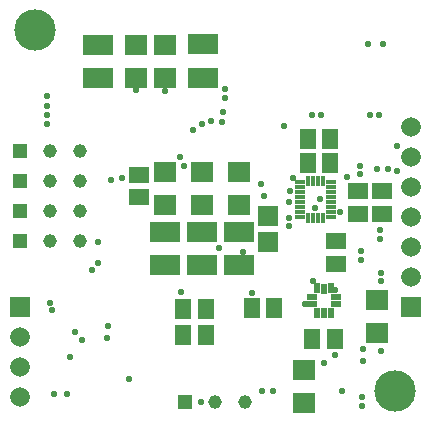
<source format=gts>
G04 Layer_Color=8388736*
%FSLAX24Y24*%
%MOIN*%
G70*
G01*
G75*
%ADD13R,0.0109X0.0256*%
%ADD14R,0.0256X0.0109*%
%ADD15R,0.0295X0.0157*%
%ADD16R,0.0157X0.0291*%
%ADD17R,0.0157X0.0295*%
%ADD39R,0.0129X0.0335*%
%ADD40R,0.0129X0.0335*%
%ADD41R,0.0130X0.0335*%
%ADD42R,0.0129X0.0335*%
%ADD43R,0.0129X0.0335*%
%ADD44R,0.0129X0.0335*%
%ADD45R,0.0128X0.0335*%
%ADD46R,0.0332X0.0130*%
%ADD47R,0.0331X0.0128*%
%ADD48R,0.0335X0.0127*%
%ADD49R,0.0335X0.0129*%
%ADD50R,0.0330X0.0130*%
%ADD51R,0.0329X0.0127*%
%ADD52R,0.0335X0.0130*%
%ADD53R,0.0335X0.0128*%
%ADD54R,0.0332X0.0130*%
%ADD55R,0.0332X0.0129*%
%ADD56R,0.0335X0.0129*%
%ADD57R,0.0335X0.0129*%
%ADD58R,0.0332X0.0129*%
%ADD59R,0.0332X0.0129*%
%ADD60R,0.0335X0.0130*%
%ADD61R,0.0335X0.0129*%
%ADD62R,0.0189X0.0318*%
%ADD63R,0.0189X0.0335*%
%ADD64R,0.0189X0.0317*%
%ADD65R,0.0335X0.0189*%
%ADD66R,0.0189X0.0317*%
%ADD67R,0.0189X0.0317*%
%ADD68R,0.0575X0.0654*%
%ADD69R,0.0654X0.0575*%
%ADD70R,0.0654X0.0654*%
%ADD71R,0.0772X0.0693*%
%ADD72R,0.1008X0.0693*%
%ADD73C,0.1378*%
%ADD74C,0.0463*%
%ADD75R,0.0463X0.0463*%
%ADD76R,0.0463X0.0463*%
%ADD77C,0.0654*%
%ADD78C,0.0213*%
D13*
X10179Y6836D02*
D03*
X10348D02*
D03*
X10687D02*
D03*
X10518D02*
D03*
X10179Y8076D02*
D03*
X10348D02*
D03*
X10687D02*
D03*
X10518D02*
D03*
D14*
X10955Y6863D02*
D03*
Y7032D02*
D03*
Y7202D02*
D03*
Y7371D02*
D03*
Y8048D02*
D03*
Y7879D02*
D03*
Y7710D02*
D03*
Y7540D02*
D03*
X9911Y6863D02*
D03*
Y7032D02*
D03*
Y7202D02*
D03*
Y7371D02*
D03*
Y8048D02*
D03*
Y7879D02*
D03*
Y7710D02*
D03*
Y7540D02*
D03*
D15*
X11130Y3966D02*
D03*
X10327D02*
D03*
Y4203D02*
D03*
X11130D02*
D03*
D16*
X10965Y3679D02*
D03*
X10492D02*
D03*
X10965Y4490D02*
D03*
X10492D02*
D03*
D17*
X10728Y3683D02*
D03*
Y4486D02*
D03*
D39*
X10179Y6834D02*
D03*
D40*
X10348Y6834D02*
D03*
D41*
X10687Y6834D02*
D03*
X10179Y8078D02*
D03*
D42*
X10517Y6834D02*
D03*
D43*
X10349Y8078D02*
D03*
D44*
X10687Y8078D02*
D03*
D45*
X10518Y8078D02*
D03*
D46*
X10958Y6863D02*
D03*
D47*
X10958Y7033D02*
D03*
D48*
X10957Y7202D02*
D03*
D49*
X10957Y7371D02*
D03*
D50*
X10959Y8048D02*
D03*
D51*
X10960Y7879D02*
D03*
D52*
X10957Y7710D02*
D03*
D53*
X10957Y7540D02*
D03*
D54*
X9908Y6863D02*
D03*
D55*
X9908Y7033D02*
D03*
D56*
X9909Y7202D02*
D03*
D57*
Y7371D02*
D03*
D58*
X9908Y8048D02*
D03*
D59*
X9908Y7879D02*
D03*
D60*
X9909Y7710D02*
D03*
D61*
X9909Y7540D02*
D03*
D62*
X10965Y3673D02*
D03*
D63*
X10728Y3681D02*
D03*
X10728Y4488D02*
D03*
D64*
X10492Y3672D02*
D03*
D65*
X10325Y3966D02*
D03*
Y4203D02*
D03*
X11132Y4203D02*
D03*
Y3966D02*
D03*
D66*
X10492Y4497D02*
D03*
D67*
X10965Y4497D02*
D03*
D68*
X9060Y3839D02*
D03*
X8312D02*
D03*
X6772Y2928D02*
D03*
X6024D02*
D03*
X6772Y3789D02*
D03*
X6024D02*
D03*
X10177Y8686D02*
D03*
X10925D02*
D03*
X10935Y9473D02*
D03*
X10187D02*
D03*
X11083Y2805D02*
D03*
X10335D02*
D03*
D69*
X4552Y8273D02*
D03*
Y7525D02*
D03*
X11122Y5310D02*
D03*
Y6058D02*
D03*
X12648Y6983D02*
D03*
Y7731D02*
D03*
X11860Y6983D02*
D03*
Y7731D02*
D03*
D70*
X8858Y6053D02*
D03*
Y6914D02*
D03*
X591Y3886D02*
D03*
X13632Y3856D02*
D03*
D71*
X6644Y8376D02*
D03*
Y7274D02*
D03*
X5413Y8376D02*
D03*
Y7274D02*
D03*
X7874Y8366D02*
D03*
Y7264D02*
D03*
X10039Y655D02*
D03*
Y1757D02*
D03*
X12500Y3002D02*
D03*
Y4104D02*
D03*
X4454Y11511D02*
D03*
Y12613D02*
D03*
X5428Y11511D02*
D03*
Y12613D02*
D03*
D72*
X7874Y6388D02*
D03*
Y5266D02*
D03*
X6644Y6388D02*
D03*
Y5266D02*
D03*
X5413Y6388D02*
D03*
Y5266D02*
D03*
X3199Y11496D02*
D03*
Y12618D02*
D03*
X6693Y11501D02*
D03*
Y12623D02*
D03*
D73*
X13091Y1083D02*
D03*
X1083Y13091D02*
D03*
D74*
X8087Y689D02*
D03*
X7087D02*
D03*
X2575Y6087D02*
D03*
Y7087D02*
D03*
Y8087D02*
D03*
Y9087D02*
D03*
X1575Y6087D02*
D03*
Y7087D02*
D03*
Y8087D02*
D03*
Y9087D02*
D03*
D75*
X6087Y689D02*
D03*
D76*
X575Y6087D02*
D03*
Y7087D02*
D03*
Y8087D02*
D03*
Y9087D02*
D03*
D77*
X591Y886D02*
D03*
Y1886D02*
D03*
Y2886D02*
D03*
X13632Y5856D02*
D03*
Y4856D02*
D03*
Y6856D02*
D03*
Y7856D02*
D03*
Y8856D02*
D03*
Y9856D02*
D03*
D78*
X6348Y9769D02*
D03*
X6939Y10064D02*
D03*
X7308Y10039D02*
D03*
X6644Y9966D02*
D03*
X8312Y4326D02*
D03*
X3986Y8169D02*
D03*
X3617Y8095D02*
D03*
X5428Y11083D02*
D03*
X4454Y11097D02*
D03*
X5930Y8858D02*
D03*
X6053Y8563D02*
D03*
X10581Y7456D02*
D03*
X13140Y9252D02*
D03*
Y8391D02*
D03*
X12697Y12648D02*
D03*
X12180D02*
D03*
X12844Y8465D02*
D03*
X12475D02*
D03*
X11983Y566D02*
D03*
Y886D02*
D03*
X2165Y984D02*
D03*
X3200Y5340D02*
D03*
X12008Y2485D02*
D03*
Y2067D02*
D03*
X7406Y10851D02*
D03*
Y11122D02*
D03*
X7234Y5832D02*
D03*
X3494Y2854D02*
D03*
X3519Y3248D02*
D03*
X3002Y5118D02*
D03*
X1722Y984D02*
D03*
X2239Y2215D02*
D03*
X8022Y5709D02*
D03*
X10728Y1993D02*
D03*
X11097Y4454D02*
D03*
X11959Y5438D02*
D03*
Y5733D02*
D03*
X11270Y7037D02*
D03*
X12549Y10261D02*
D03*
X11934Y8588D02*
D03*
X12623Y4724D02*
D03*
X12598Y6152D02*
D03*
X2436Y3027D02*
D03*
X8637Y7972D02*
D03*
X5955Y4355D02*
D03*
X2657Y2781D02*
D03*
X1575Y4011D02*
D03*
X1649Y3765D02*
D03*
X10359Y4749D02*
D03*
X11073Y2288D02*
D03*
X12623Y2411D02*
D03*
X4208Y1476D02*
D03*
X3174Y6053D02*
D03*
X10335Y10261D02*
D03*
X10605D02*
D03*
X12598Y6422D02*
D03*
X12623Y5020D02*
D03*
X11934Y8292D02*
D03*
X12254Y10261D02*
D03*
X11491Y8219D02*
D03*
X10408Y7160D02*
D03*
X9400Y9916D02*
D03*
X1476Y10261D02*
D03*
Y10581D02*
D03*
X7357Y10384D02*
D03*
X9561Y7371D02*
D03*
X1476Y10901D02*
D03*
Y9966D02*
D03*
X10093Y3966D02*
D03*
X9695Y8169D02*
D03*
X9572Y7751D02*
D03*
X8711Y7579D02*
D03*
X9547Y6841D02*
D03*
X9547Y6576D02*
D03*
X8661Y1058D02*
D03*
X9006D02*
D03*
X6605Y714D02*
D03*
X11319Y1058D02*
D03*
M02*

</source>
